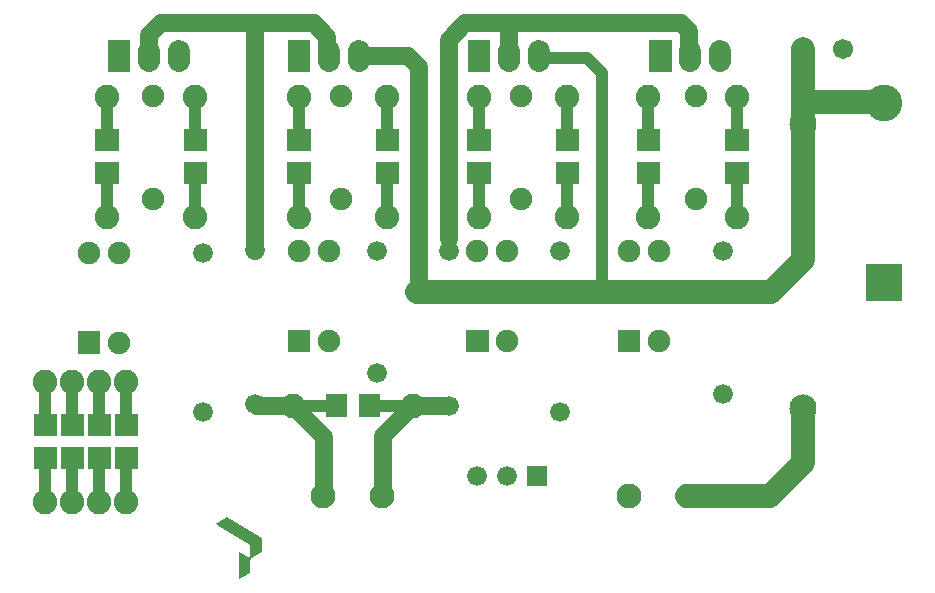
<source format=gbs>
G04 Layer: BottomSolderMaskLayer*
G04 EasyEDA v6.4.32, 2022-03-02 21:26:25*
G04 a14d7df274ef46f18a143bcdf5e9aa52,ed70181f279245e6aff80281ee7dc86a,10*
G04 Gerber Generator version 0.2*
G04 Scale: 100 percent, Rotated: No, Reflected: No *
G04 Dimensions in millimeters *
G04 leading zeros omitted , absolute positions ,4 integer and 5 decimal *
%FSLAX45Y45*%
%MOMM*%

%ADD11C,2.0000*%
%ADD23C,1.0000*%
%ADD31C,1.9016*%
%ADD32C,2.0828*%
%ADD33C,1.7016*%
%ADD35C,3.1016*%
%ADD36C,2.3016*%
%ADD37C,1.6764*%
%ADD39C,2.1016*%
%ADD42C,1.5000*%

%LPD*%
G36*
X3112668Y1073810D02*
G01*
X3031032Y1028750D01*
X3020060Y1022400D01*
X3013913Y1018590D01*
X3013100Y1017879D01*
X3018129Y1014526D01*
X3054197Y992327D01*
X3283051Y854557D01*
X3309010Y838606D01*
X3308858Y751738D01*
X3308350Y727100D01*
X3294887Y734872D01*
X3231794Y772312D01*
X3221786Y778002D01*
X3217621Y780084D01*
X3217265Y778814D01*
X3216706Y769061D01*
X3215995Y722376D01*
X3215843Y686663D01*
X3216097Y591769D01*
X3216706Y555091D01*
X3216960Y551789D01*
X3231388Y559663D01*
X3310839Y605586D01*
X3310940Y692454D01*
X3311296Y710844D01*
X3312007Y721106D01*
X3312515Y723696D01*
X3313074Y724865D01*
X3324250Y731570D01*
X3389934Y768451D01*
X3407156Y777748D01*
X3413099Y780745D01*
X3413099Y900176D01*
G37*
D11*
X7988300Y4587161D02*
G01*
X8674100Y4587161D01*
X7988300Y4406900D02*
G01*
X7988300Y3251200D01*
X7721600Y2984500D01*
X4724400Y2984500D01*
X7988300Y4406900D02*
G01*
X7988300Y5041900D01*
D42*
X3937000Y1244600D02*
G01*
X3937000Y1752600D01*
X3670300Y2019300D01*
X3365500Y2019300D01*
X4432300Y1244600D02*
G01*
X4432300Y1765300D01*
X4686300Y2019300D01*
X4965700Y2019300D01*
X3352800Y3327400D02*
G01*
X3352800Y5257800D01*
X2451100Y4965700D02*
G01*
X2451100Y5156200D01*
X2552700Y5257800D01*
X3848100Y5257800D01*
X3962400Y5143500D01*
X3962400Y4978400D01*
X4216400Y4978400D02*
G01*
X4648200Y4978400D01*
X4737100Y4889500D01*
X4737100Y3048000D01*
X5499100Y5257800D02*
G01*
X5130800Y5257800D01*
X4991100Y5118100D01*
X4991100Y3429000D01*
X6959600Y5257800D02*
G01*
X7023100Y5194300D01*
X7023100Y4991100D01*
X5499100Y4978400D02*
G01*
X5499100Y5257800D01*
X5499100Y5257800D02*
G01*
X6959600Y5257800D01*
D23*
X5867400Y4965700D02*
G01*
X6159500Y4965700D01*
X6286500Y4838700D01*
X6286500Y2997200D01*
X6235700Y2997200D01*
D11*
X7010400Y1257300D02*
G01*
X7708900Y1257300D01*
X7988300Y1536700D01*
X7988300Y1981200D01*
X7988300Y1993900D01*
D31*
X7035800Y5018882D02*
G01*
X7035800Y4938882D01*
X7289800Y5017891D02*
G01*
X7289800Y4937892D01*
X3975100Y5018882D02*
G01*
X3975100Y4938882D01*
X4229100Y5017891D02*
G01*
X4229100Y4937892D01*
X5499100Y5018882D02*
G01*
X5499100Y4938882D01*
X5753100Y5017891D02*
G01*
X5753100Y4937892D01*
X2451100Y5018882D02*
G01*
X2451100Y4938882D01*
X2705100Y5017891D02*
G01*
X2705100Y4937892D01*
G36*
X1474723Y1764029D02*
G01*
X1474723Y1944370D01*
X1675129Y1944370D01*
X1675129Y1764029D01*
G37*
G36*
X1474723Y1484629D02*
G01*
X1474723Y1664970D01*
X1675129Y1664970D01*
X1675129Y1484629D01*
G37*
G36*
X1524000Y2159000D02*
G01*
X1524000Y1879600D01*
X1625600Y1879600D01*
X1625600Y2159000D01*
G37*
G36*
X1524000Y1549400D02*
G01*
X1524000Y1270000D01*
X1625600Y1270000D01*
X1625600Y1549400D01*
G37*
D32*
G01*
X1574800Y1206500D03*
G01*
X1574800Y2222500D03*
G36*
X1703323Y1764029D02*
G01*
X1703323Y1944370D01*
X1903729Y1944370D01*
X1903729Y1764029D01*
G37*
G36*
X1703323Y1484629D02*
G01*
X1703323Y1664970D01*
X1903729Y1664970D01*
X1903729Y1484629D01*
G37*
G36*
X1752600Y2159000D02*
G01*
X1752600Y1879600D01*
X1854200Y1879600D01*
X1854200Y2159000D01*
G37*
G36*
X1752600Y1549400D02*
G01*
X1752600Y1270000D01*
X1854200Y1270000D01*
X1854200Y1549400D01*
G37*
G01*
X1803400Y1206500D03*
G01*
X1803400Y2222500D03*
G36*
X3621024Y3897629D02*
G01*
X3621024Y4077970D01*
X3821429Y4077970D01*
X3821429Y3897629D01*
G37*
G36*
X3621024Y4177029D02*
G01*
X3621024Y4357370D01*
X3821429Y4357370D01*
X3821429Y4177029D01*
G37*
G36*
X3771900Y3683000D02*
G01*
X3771900Y3962400D01*
X3670300Y3962400D01*
X3670300Y3683000D01*
G37*
G36*
X3771900Y4292600D02*
G01*
X3771900Y4572000D01*
X3670300Y4572000D01*
X3670300Y4292600D01*
G37*
G01*
X3721100Y3619500D03*
G01*
X3721100Y4635500D03*
G36*
X1995424Y3897629D02*
G01*
X1995424Y4077970D01*
X2195829Y4077970D01*
X2195829Y3897629D01*
G37*
G36*
X1995424Y4177029D02*
G01*
X1995424Y4357370D01*
X2195829Y4357370D01*
X2195829Y4177029D01*
G37*
G36*
X2146300Y3683000D02*
G01*
X2146300Y3962400D01*
X2044700Y3962400D01*
X2044700Y3683000D01*
G37*
G36*
X2146300Y4292600D02*
G01*
X2146300Y4572000D01*
X2044700Y4572000D01*
X2044700Y4292600D01*
G37*
G01*
X2095500Y4635500D03*
G01*
X2095500Y3619500D03*
G36*
X2744724Y3897629D02*
G01*
X2744724Y4077970D01*
X2945129Y4077970D01*
X2945129Y3897629D01*
G37*
G36*
X2744724Y4177029D02*
G01*
X2744724Y4357370D01*
X2945129Y4357370D01*
X2945129Y4177029D01*
G37*
G36*
X2895600Y3683000D02*
G01*
X2895600Y3962400D01*
X2794000Y3962400D01*
X2794000Y3683000D01*
G37*
G36*
X2895600Y4292600D02*
G01*
X2895600Y4572000D01*
X2794000Y4572000D01*
X2794000Y4292600D01*
G37*
G01*
X2844800Y4635500D03*
G01*
X2844800Y3619500D03*
G36*
X4370324Y4177029D02*
G01*
X4370324Y4357370D01*
X4570729Y4357370D01*
X4570729Y4177029D01*
G37*
G36*
X4370324Y3897629D02*
G01*
X4370324Y4077970D01*
X4570729Y4077970D01*
X4570729Y3897629D01*
G37*
G36*
X4419600Y4572000D02*
G01*
X4419600Y4292600D01*
X4521200Y4292600D01*
X4521200Y4572000D01*
G37*
G36*
X4419600Y3962400D02*
G01*
X4419600Y3683000D01*
X4521200Y3683000D01*
X4521200Y3962400D01*
G37*
G01*
X4470400Y4635500D03*
G01*
X4470400Y3619500D03*
G36*
X1931924Y1764029D02*
G01*
X1931924Y1944370D01*
X2132329Y1944370D01*
X2132329Y1764029D01*
G37*
G36*
X1931924Y1484629D02*
G01*
X1931924Y1664970D01*
X2132329Y1664970D01*
X2132329Y1484629D01*
G37*
G36*
X1981200Y2159000D02*
G01*
X1981200Y1879600D01*
X2082800Y1879600D01*
X2082800Y2159000D01*
G37*
G36*
X1981200Y1549400D02*
G01*
X1981200Y1270000D01*
X2082800Y1270000D01*
X2082800Y1549400D01*
G37*
G01*
X2032000Y1206500D03*
G01*
X2032000Y2222500D03*
G36*
X5894324Y3897629D02*
G01*
X5894324Y4077970D01*
X6094729Y4077970D01*
X6094729Y3897629D01*
G37*
G36*
X5894324Y4177029D02*
G01*
X5894324Y4357370D01*
X6094729Y4357370D01*
X6094729Y4177029D01*
G37*
G36*
X6045200Y3683000D02*
G01*
X6045200Y3962400D01*
X5943600Y3962400D01*
X5943600Y3683000D01*
G37*
G36*
X6045200Y4292600D02*
G01*
X6045200Y4572000D01*
X5943600Y4572000D01*
X5943600Y4292600D01*
G37*
G01*
X5994400Y3619500D03*
G01*
X5994400Y4635500D03*
G36*
X5145024Y3897629D02*
G01*
X5145024Y4077970D01*
X5345429Y4077970D01*
X5345429Y3897629D01*
G37*
G36*
X5145024Y4177029D02*
G01*
X5145024Y4357370D01*
X5345429Y4357370D01*
X5345429Y4177029D01*
G37*
G36*
X5295900Y3683000D02*
G01*
X5295900Y3962400D01*
X5194300Y3962400D01*
X5194300Y3683000D01*
G37*
G36*
X5295900Y4292600D02*
G01*
X5295900Y4572000D01*
X5194300Y4572000D01*
X5194300Y4292600D01*
G37*
G01*
X5245100Y3619500D03*
G01*
X5245100Y4635500D03*
G36*
X2160524Y1484629D02*
G01*
X2160524Y1664970D01*
X2360929Y1664970D01*
X2360929Y1484629D01*
G37*
G36*
X2160524Y1764029D02*
G01*
X2160524Y1944370D01*
X2360929Y1944370D01*
X2360929Y1764029D01*
G37*
G36*
X2311400Y1270000D02*
G01*
X2311400Y1549400D01*
X2209800Y1549400D01*
X2209800Y1270000D01*
G37*
G36*
X2311400Y1879600D02*
G01*
X2311400Y2159000D01*
X2209800Y2159000D01*
X2209800Y1879600D01*
G37*
G01*
X2260600Y2222500D03*
G01*
X2260600Y1206500D03*
G36*
X7329424Y4177029D02*
G01*
X7329424Y4357370D01*
X7529829Y4357370D01*
X7529829Y4177029D01*
G37*
G36*
X7329424Y3897629D02*
G01*
X7329424Y4077970D01*
X7529829Y4077970D01*
X7529829Y3897629D01*
G37*
G36*
X7378700Y4572000D02*
G01*
X7378700Y4292600D01*
X7480300Y4292600D01*
X7480300Y4572000D01*
G37*
G36*
X7378700Y3962400D02*
G01*
X7378700Y3683000D01*
X7480300Y3683000D01*
X7480300Y3962400D01*
G37*
G01*
X7429500Y4635500D03*
G01*
X7429500Y3619500D03*
G36*
X6580124Y3897629D02*
G01*
X6580124Y4077970D01*
X6780529Y4077970D01*
X6780529Y3897629D01*
G37*
G36*
X6580124Y4177029D02*
G01*
X6580124Y4357370D01*
X6780529Y4357370D01*
X6780529Y4177029D01*
G37*
G36*
X6731000Y3683000D02*
G01*
X6731000Y3962400D01*
X6629400Y3962400D01*
X6629400Y3683000D01*
G37*
G36*
X6731000Y4292600D02*
G01*
X6731000Y4572000D01*
X6629400Y4572000D01*
X6629400Y4292600D01*
G37*
G01*
X6680200Y3619500D03*
G01*
X6680200Y4635500D03*
G36*
X4227829Y1918970D02*
G01*
X4227829Y2119376D01*
X4408170Y2119376D01*
X4408170Y1918970D01*
G37*
G36*
X3948429Y1918970D02*
G01*
X3948429Y2119376D01*
X4128770Y2119376D01*
X4128770Y1918970D01*
G37*
G36*
X4622800Y2070100D02*
G01*
X4343400Y2070100D01*
X4343400Y1968500D01*
X4622800Y1968500D01*
G37*
G36*
X4013200Y2070100D02*
G01*
X3733800Y2070100D01*
X3733800Y1968500D01*
X4013200Y1968500D01*
G37*
G01*
X3670300Y2019300D03*
G01*
X4686300Y2019300D03*
D33*
G01*
X8328406Y5041900D03*
G01*
X7978393Y5041900D03*
D31*
G01*
X7086600Y3768699D03*
G01*
X7086600Y4638700D03*
G01*
X4076700Y4638700D03*
G01*
X4076700Y3768699D03*
G01*
X5600700Y4638700D03*
G01*
X5600700Y3768699D03*
G01*
X2489200Y3768699D03*
G01*
X2489200Y4638700D03*
G36*
X8518906Y2905505D02*
G01*
X8518906Y3215894D01*
X8829293Y3215894D01*
X8829293Y2905505D01*
G37*
D35*
G01*
X8674100Y4584700D03*
D36*
G01*
X7988300Y2000402D03*
G01*
X7988300Y4400397D03*
D37*
G01*
X5232400Y1422400D03*
G01*
X5486400Y1422400D03*
G36*
X5656579Y1338579D02*
G01*
X5656579Y1506220D01*
X5824220Y1506220D01*
X5824220Y1338579D01*
G37*
D39*
G01*
X4428743Y1257300D03*
G01*
X3927856Y1257300D03*
G01*
X7019543Y1257300D03*
G01*
X6518656Y1257300D03*
G36*
X6686804Y4843779D02*
G01*
X6686804Y5114036D01*
X6876795Y5114036D01*
X6876795Y4843779D01*
G37*
G36*
X3626104Y4843779D02*
G01*
X3626104Y5114036D01*
X3816095Y5114036D01*
X3816095Y4843779D01*
G37*
G36*
X5150104Y4843779D02*
G01*
X5150104Y5114036D01*
X5340095Y5114036D01*
X5340095Y4843779D01*
G37*
G36*
X2102104Y4843779D02*
G01*
X2102104Y5114036D01*
X2292095Y5114036D01*
X2292095Y4843779D01*
G37*
D31*
G01*
X6769608Y2565400D03*
G01*
X6768591Y3327400D03*
G01*
X6514591Y3327400D03*
G36*
X6420611Y2470404D02*
G01*
X6420611Y2660395D01*
X6610604Y2660395D01*
X6610604Y2470404D01*
G37*
G01*
X3975608Y2565400D03*
G01*
X3974591Y3327400D03*
G01*
X3720591Y3327400D03*
G36*
X3626611Y2470404D02*
G01*
X3626611Y2660395D01*
X3816604Y2660395D01*
X3816604Y2470404D01*
G37*
G01*
X5486908Y2565400D03*
G01*
X5485891Y3327400D03*
G01*
X5231891Y3327400D03*
G36*
X5137911Y2470404D02*
G01*
X5137911Y2660395D01*
X5327904Y2660395D01*
X5327904Y2470404D01*
G37*
G01*
X2197608Y2552700D03*
G01*
X2196591Y3314700D03*
G01*
X1942591Y3314700D03*
G36*
X1848612Y2457704D02*
G01*
X1848612Y2647695D01*
X2038604Y2647695D01*
X2038604Y2457704D01*
G37*
D37*
G01*
X3352800Y3340100D03*
G01*
X4991100Y3327400D03*
G01*
X4991100Y2019300D03*
G01*
X3352800Y2032000D03*
G01*
X2908300Y3314700D03*
G01*
X2908300Y1968500D03*
G01*
X4381500Y3327400D03*
G01*
X5930900Y3327400D03*
G01*
X5930900Y1968500D03*
G01*
X7315200Y3327400D03*
G01*
X7315200Y2120900D03*
G01*
X4381500Y2298700D03*
M02*

</source>
